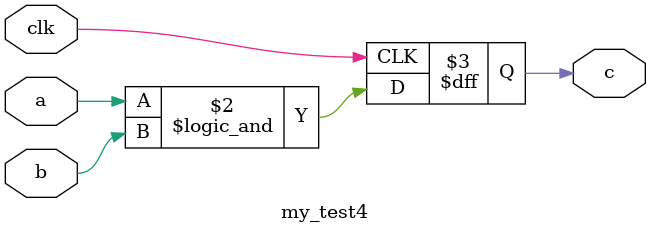
<source format=v>




module my_test4(
	input wire a,b,clk, 
	output reg c
	);

	always @(posedge clk)
	begin
		c = (a && b);
	end
	
endmodule 


</source>
